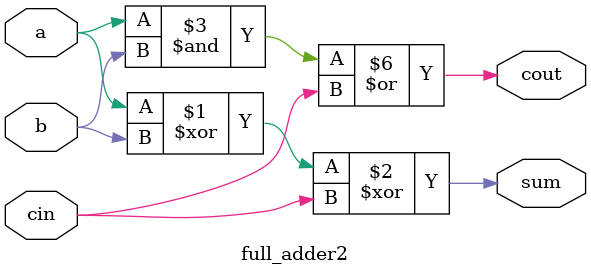
<source format=v>
module full_adder2(a,b,cin,sum,cout);
input a,b,cin;
output sum,cout;
assign sum = a^b^cin;
assign cout = a&b|cin&(a|1'b1); 
// initial begin
//     $display("The incorrect adder with or0 having in2/1");
// end   
endmodule
</source>
